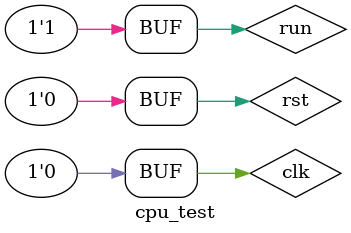
<source format=v>
`timescale 1ns / 1ps


module cpu_test(

    );
    
    reg rst, run, clk;
    
    initial begin
        rst = 0;
        run = 1;
        clk = 0;
    end
    
    cpu _cpu (
        .rst(rst),
        .run(run),
        .clk(clk)
    );
endmodule

</source>
